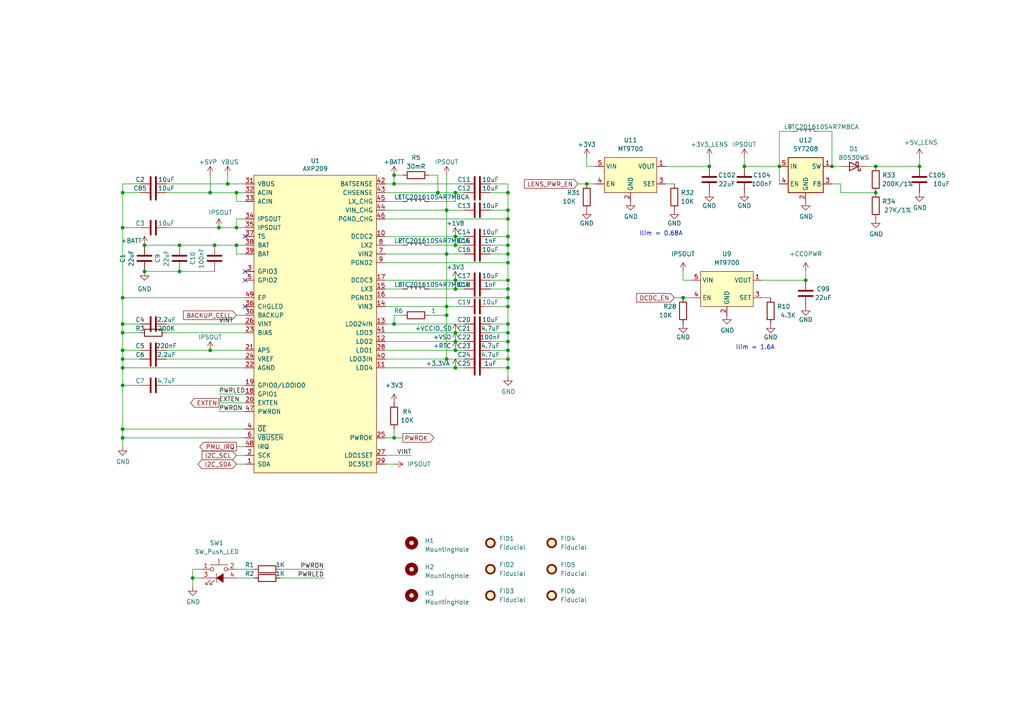
<source format=kicad_sch>
(kicad_sch (version 20231120) (generator "eeschema") (generator_version "8.0")
  (paper "A4")
  (title_block (title "Sitina 1 IO Board") (date "2024-03-08") (rev "R0.9") (company "Copyright 2024 Wenting Zhang, Anhang Li") (comment 2 "MERCHANTABILITY, SATISFACTORY QUALITY AND FITNESS FOR A PARTICULAR PURPOSE.") (comment 3 "This source is distributed WITHOUT ANY EXPRESS OR IMPLIED WARRANTY, INCLUDING OF") (comment 4 "This source describes Open Hardware and is licensed under the CERN-OHL-P v2."))
  (lib_symbols
    (symbol "Device:C" (pin_numbers hide) (pin_names (offset 0.254))
      (property "Reference" "C" (at 0.635 2.54 0))
      (property "Value" "C" (at 0.635 -2.54 0))
      (symbol "C_0_1"
        (polyline (pts (xy -2.032 -0.762) (xy 2.032 -0.762)) (stroke (width 0.508)))
        (polyline (pts (xy -2.032 0.762) (xy 2.032 0.762)) (stroke (width 0.508)))
      )
      (symbol "C_1_1"
        (pin passive line (at 0 3.81 270) (length 2.794) (name "~") (number "1"))
        (pin passive line (at 0 -3.81 90) (length 2.794) (name "~") (number "2"))
      )
    )
    (symbol "Device:L" (pin_numbers hide) (pin_names (offset 1.016) hide)
      (property "Reference" "L" (at -1.27 0 90))
      (property "Value" "L" (at 1.905 0 90))
      (symbol "L_0_1"
        (arc (start 0 -2.54) (mid 0.6323 -1.905) (end 0 -1.27))
        (arc (start 0 -1.27) (mid 0.6323 -0.635) (end 0 0))
        (arc (start 0 0) (mid 0.6323 0.635) (end 0 1.27))
        (arc (start 0 1.27) (mid 0.6323 1.905) (end 0 2.54))
      )
      (symbol "L_1_1"
        (pin passive line (at 0 3.81 270) (length 1.27) (name "1") (number "1"))
        (pin passive line (at 0 -3.81 90) (length 1.27) (name "2") (number "2"))
      )
    )
    (symbol "Device:R" (pin_numbers hide) (pin_names (offset 0))
      (property "Reference" "R" (at 2.032 0 90))
      (property "Value" "R" (at 0 0 90))
      (symbol "R_0_1"
        (rectangle (start -1.016 -2.54) (end 1.016 2.54) (stroke (width 0.254)))
      )
      (symbol "R_1_1"
        (pin passive line (at 0 3.81 270) (length 1.27) (name "~") (number "1"))
        (pin passive line (at 0 -3.81 90) (length 1.27) (name "~") (number "2"))
      )
    )
    (symbol "Diode:MBR0530" (pin_numbers hide) (pin_names (offset 1.016) hide)
      (property "Reference" "D" (at 0 2.54 0))
      (property "Value" "MBR0530" (at 0 -2.54 0))
      (symbol "MBR0530_0_1"
        (polyline (pts (xy 1.27 0) (xy -1.27 0)))
        (polyline (pts (xy 1.27 1.27) (xy 1.27 -1.27) (xy -1.27 0) (xy 1.27 1.27)) (stroke (width 0.254)))
        (polyline (pts (xy -1.905 0.635) (xy -1.905 1.27) (xy -1.27 1.27) (xy -1.27 -1.27) (xy -0.635 -1.27) (xy -0.635 -0.635)) (stroke (width 0.254)))
      )
      (symbol "MBR0530_1_1"
        (pin passive line (at -3.81 0 0) (length 2.54) (name "K") (number "1"))
        (pin passive line (at 3.81 0 180) (length 2.54) (name "A") (number "2"))
      )
    )
    (symbol "Mechanical:Fiducial"
      (property "Reference" "FID" (at 0 5.08 0))
      (property "Value" "Fiducial" (at 0 3.175 0))
      (symbol "Fiducial_0_1"
        (circle (center 0 0) (radius 1.27) (stroke (width 0.508)) (fill (type background)))
      )
    )
    (symbol "Mechanical:MountingHole" (pin_names (offset 1.016))
      (property "Reference" "H" (at 0 5.08 0))
      (property "Value" "MountingHole" (at 0 3.175 0))
      (symbol "MountingHole_0_1"
        (circle (center 0 0) (radius 1.27) (stroke (width 1.27)))
      )
    )
    (symbol "Regulator_Switching:MT3608"
      (property "Reference" "U" (at -2.54 8.89 0))
      (property "Value" "MT3608" (at -3.81 6.35 0))
      (symbol "MT3608_0_1"
        (rectangle (start -5.08 5.08) (end 5.08 -5.08) (stroke (width 0.254)) (fill (type background)))
      )
      (symbol "MT3608_1_1"
        (pin passive line (at 7.62 2.54 180) (length 2.54) (name "SW") (number "1"))
        (pin power_in line (at 0 -7.62 90) (length 2.54) (name "GND") (number "2"))
        (pin input line (at 7.62 -2.54 180) (length 2.54) (name "FB") (number "3"))
        (pin input line (at -7.62 -2.54 0) (length 2.54) (name "EN") (number "4"))
        (pin power_in line (at -7.62 2.54 0) (length 2.54) (name "IN") (number "5"))
        (pin no_connect line (at 5.08 0 180) (length 2.54) hide (name "NC") (number "6"))
      )
    )
    (symbol "Switch:SW_Push_LED" (pin_names (offset 1.016) hide)
      (property "Reference" "SW" (at 0.635 5.715 0))
      (property "Value" "SW_Push_LED" (at 0 -3.175 0))
      (symbol "SW_Push_LED_0_0"
        (polyline (pts (xy -3.81 -1.905) (xy -2.54 -0.635)))
        (polyline (pts (xy -2.54 -1.905) (xy -1.27 -0.635)))
        (polyline (pts (xy -2.54 0) (xy 2.54 0)))
        (polyline (pts (xy -0.635 1.27) (xy -0.635 -1.27)))
        (polyline (pts (xy -3.81 -1.27) (xy -3.81 -1.905) (xy -3.175 -1.905)))
        (polyline (pts (xy -2.54 -1.27) (xy -2.54 -1.905) (xy -1.905 -1.905)))
        (polyline (pts (xy -0.635 0) (xy 1.27 1.27) (xy 1.27 -1.27) (xy -0.635 0)) (fill (type outline)))
      )
      (symbol "SW_Push_LED_0_1"
        (circle (center -2.032 2.54) (radius 0.508))
        (polyline (pts (xy 0 3.81) (xy 0 5.588)))
        (polyline (pts (xy 2.54 3.81) (xy -2.54 3.81)))
        (circle (center 2.032 2.54) (radius 0.508))
        (pin passive line (at -5.08 2.54 0) (length 2.54) (name "1") (number "1"))
        (pin passive line (at 5.08 2.54 180) (length 2.54) (name "2") (number "2"))
        (pin passive line (at -5.08 0 0) (length 2.54) (name "K") (number "3"))
        (pin passive line (at 5.08 0 180) (length 2.54) (name "A") (number "4"))
      )
    )
    (symbol "power:+1V8" (power) (pin_names (offset 0))
      (property "Value" "+1V8" (at 0 3.556 0))
      (symbol "+1V8_0_1"
        (polyline (pts (xy -0.762 1.27) (xy 0 2.54)))
        (polyline (pts (xy 0 0) (xy 0 2.54)))
        (polyline (pts (xy 0 2.54) (xy 0.762 1.27)))
      )
      (symbol "+1V8_1_1"
        (pin power_in line (at 0 0 90) (length 0) hide (name "+1V8") (number "1"))
      )
    )
    (symbol "power:+3.3VA" (power) (pin_names (offset 0))
      (property "Value" "+3.3VA" (at 0 3.556 0))
      (symbol "+3.3VA_0_1"
        (polyline (pts (xy -0.762 1.27) (xy 0 2.54)))
        (polyline (pts (xy 0 0) (xy 0 2.54)))
        (polyline (pts (xy 0 2.54) (xy 0.762 1.27)))
      )
      (symbol "+3.3VA_1_1"
        (pin power_in line (at 0 0 90) (length 0) hide (name "+3.3VA") (number "1"))
      )
    )
    (symbol "power:+3V3" (power) (pin_names (offset 0))
      (property "Value" "+3V3" (at 0 3.556 0))
      (symbol "+3V3_0_1"
        (polyline (pts (xy -0.762 1.27) (xy 0 2.54)))
        (polyline (pts (xy 0 0) (xy 0 2.54)))
        (polyline (pts (xy 0 2.54) (xy 0.762 1.27)))
      )
      (symbol "+3V3_1_1"
        (pin power_in line (at 0 0 90) (length 0) hide (name "+3V3") (number "1"))
      )
    )
    (symbol "power:+5V" (power) (pin_names (offset 0))
      (property "Value" "+5V" (at 0 3.556 0))
      (symbol "+5V_0_1"
        (polyline (pts (xy -0.762 1.27) (xy 0 2.54)))
        (polyline (pts (xy 0 0) (xy 0 2.54)))
        (polyline (pts (xy 0 2.54) (xy 0.762 1.27)))
      )
      (symbol "+5V_1_1"
        (pin power_in line (at 0 0 90) (length 0) hide (name "+5V") (number "1"))
      )
    )
    (symbol "power:+5VP" (power) (pin_names (offset 0))
      (property "Value" "+5VP" (at 0 3.556 0))
      (symbol "+5VP_0_1"
        (polyline (pts (xy -0.762 1.27) (xy 0 2.54)))
        (polyline (pts (xy 0 0) (xy 0 2.54)))
        (polyline (pts (xy 0 2.54) (xy 0.762 1.27)))
      )
      (symbol "+5VP_1_1"
        (pin power_in line (at 0 0 90) (length 0) hide (name "+5VP") (number "1"))
      )
    )
    (symbol "power:+BATT" (power) (pin_names (offset 0))
      (property "Value" "+BATT" (at 0 3.556 0))
      (symbol "+BATT_0_1"
        (polyline (pts (xy -0.762 1.27) (xy 0 2.54)))
        (polyline (pts (xy 0 0) (xy 0 2.54)))
        (polyline (pts (xy 0 2.54) (xy 0.762 1.27)))
      )
      (symbol "+BATT_1_1"
        (pin power_in line (at 0 0 90) (length 0) hide (name "+BATT") (number "1"))
      )
    )
    (symbol "power:GND" (power) (pin_names (offset 0))
      (property "Value" "GND" (at 0 -3.81 0))
      (symbol "GND_0_1"
        (polyline (pts (xy 0 0) (xy 0 -1.27) (xy 1.27 -1.27) (xy 0 -2.54) (xy -1.27 -1.27) (xy 0 -1.27)))
      )
      (symbol "GND_1_1"
        (pin power_in line (at 0 0 270) (length 0) hide (name "GND") (number "1"))
      )
    )
    (symbol "power:VBUS" (power) (pin_names (offset 0))
      (property "Value" "VBUS" (at 0 3.81 0))
      (symbol "VBUS_0_1"
        (polyline (pts (xy -0.762 1.27) (xy 0 2.54)))
        (polyline (pts (xy 0 0) (xy 0 2.54)))
        (polyline (pts (xy 0 2.54) (xy 0.762 1.27)))
      )
      (symbol "VBUS_1_1"
        (pin power_in line (at 0 0 90) (length 0) hide (name "VBUS") (number "1"))
      )
    )
    (symbol "symbols:+RTC" (power) (pin_names (offset 0))
      (property "Value" "+RTC" (at 0 3.556 0))
      (symbol "+RTC_0_1"
        (polyline (pts (xy -0.762 1.27) (xy 0 2.54)))
        (polyline (pts (xy 0 0) (xy 0 2.54)))
        (polyline (pts (xy 0 2.54) (xy 0.762 1.27)))
      )
      (symbol "+RTC_1_1"
        (pin power_in line (at 0 0 90) (length 0) hide (name "+RTC") (number "1"))
      )
    )
    (symbol "symbols:+VCCIO_SD" (power) (pin_names (offset 0))
      (property "Value" "+VCCIO_SD" (at 0 3.556 0))
      (symbol "+VCCIO_SD_0_1"
        (polyline (pts (xy -0.762 1.27) (xy 0 2.54)))
        (polyline (pts (xy 0 0) (xy 0 2.54)))
        (polyline (pts (xy 0 2.54) (xy 0.762 1.27)))
      )
      (symbol "+VCCIO_SD_1_1"
        (pin power_in line (at 0 0 90) (length 0) hide (name "+VCCIO_SD") (number "1"))
      )
    )
    (symbol "symbols:+VSD" (power) (pin_names (offset 0))
      (property "Value" "+VSD" (at 0 3.556 0))
      (symbol "+VSD_0_1"
        (polyline (pts (xy -0.762 1.27) (xy 0 2.54)))
        (polyline (pts (xy 0 0) (xy 0 2.54)))
        (polyline (pts (xy 0 2.54) (xy 0.762 1.27)))
      )
      (symbol "+VSD_1_1"
        (pin power_in line (at 0 0 90) (length 0) hide (name "+VSD") (number "1"))
      )
    )
    (symbol "symbols:AXP209" (pin_names (offset 1.016))
      (property "Reference" "U" (at -15.24 0 0))
      (property "Value" "AXP209" (at 10.16 0 0))
      (symbol "AXP209_0_1"
        (rectangle (start -17.78 -2.54) (end 17.78 -88.9) (fill (type background)))
      )
      (symbol "AXP209_1_1"
        (pin bidirectional line (at -20.32 -86.36 0) (length 2.54) (name "SDA") (number "1"))
        (pin power_in line (at 20.32 -20.32 180) (length 2.54) (name "DCDC2") (number "10"))
        (pin power_out line (at 20.32 -58.42 180) (length 2.54) (name "LDO4") (number "11"))
        (pin power_out line (at 20.32 -50.8 180) (length 2.54) (name "LDO2") (number "12"))
        (pin power_in line (at 20.32 -45.72 180) (length 2.54) (name "LDO24IN") (number "13"))
        (pin power_in line (at 20.32 -40.64 180) (length 2.54) (name "VIN3") (number "14"))
        (pin power_in line (at 20.32 -35.56 180) (length 2.54) (name "LX3") (number "15"))
        (pin power_in line (at 20.32 -38.1 180) (length 2.54) (name "PGND3") (number "16"))
        (pin power_in line (at 20.32 -33.02 180) (length 2.54) (name "DCDC3") (number "17"))
        (pin bidirectional line (at -20.32 -66.04 0) (length 2.54) (name "GPIO1") (number "18"))
        (pin bidirectional line (at -20.32 -63.5 0) (length 2.54) (name "GPIO0/LDOIO0") (number "19"))
        (pin bidirectional line (at -20.32 -83.82 0) (length 2.54) (name "SCK") (number "2"))
        (pin output line (at -20.32 -68.58 0) (length 2.54) (name "EXTEN") (number "20"))
        (pin input line (at -20.32 -53.34 0) (length 2.54) (name "APS") (number "21"))
        (pin power_in line (at -20.32 -58.42 0) (length 2.54) (name "AGND") (number "22"))
        (pin input line (at -20.32 -48.26 0) (length 2.54) (name "BIAS") (number "23"))
        (pin power_out line (at -20.32 -55.88 0) (length 2.54) (name "VREF") (number "24"))
        (pin output line (at 20.32 -78.74 180) (length 2.54) (name "PWROK") (number "25"))
        (pin power_out line (at -20.32 -45.72 0) (length 2.54) (name "VINT") (number "26"))
        (pin input line (at 20.32 -83.82 180) (length 2.54) (name "LDO1SET") (number "27"))
        (pin power_out line (at 20.32 -53.34 180) (length 2.54) (name "LDO1") (number "28"))
        (pin input line (at 20.32 -86.36 180) (length 2.54) (name "DC3SET") (number "29"))
        (pin bidirectional line (at -20.32 -30.48 0) (length 2.54) (name "GPIO3") (number "3"))
        (pin power_in line (at -20.32 -43.18 0) (length 2.54) (name "BACKUP") (number "30"))
        (pin power_in line (at -20.32 -5.08 0) (length 2.54) (name "VBUS") (number "31"))
        (pin power_in line (at -20.32 -7.62 0) (length 2.54) (name "ACIN") (number "32"))
        (pin power_in line (at -20.32 -10.16 0) (length 2.54) (name "ACIN") (number "33"))
        (pin power_out line (at -20.32 -15.24 0) (length 2.54) (name "IPSOUT") (number "34"))
        (pin power_out line (at -20.32 -17.78 0) (length 2.54) (name "IPSOUT") (number "35"))
        (pin output line (at -20.32 -40.64 0) (length 2.54) (name "CHGLED") (number "36"))
        (pin input line (at -20.32 -20.32 0) (length 2.54) (name "TS") (number "37"))
        (pin power_in line (at -20.32 -22.86 0) (length 2.54) (name "BAT") (number "38"))
        (pin power_in line (at -20.32 -25.4 0) (length 2.54) (name "BAT") (number "39"))
        (pin input line (at -20.32 -76.2 0) (length 2.54) (name "~{OE}") (number "4"))
        (pin power_in line (at 20.32 -55.88 180) (length 2.54) (name "LDO3IN") (number "40"))
        (pin power_out line (at 20.32 -48.26 180) (length 2.54) (name "LDO3") (number "41"))
        (pin input line (at 20.32 -5.08 180) (length 2.54) (name "BATSENSE") (number "42"))
        (pin input line (at 20.32 -7.62 180) (length 2.54) (name "CHSENSE") (number "43"))
        (pin output line (at 20.32 -12.7 180) (length 2.54) (name "VIN_CHG") (number "44"))
        (pin output line (at 20.32 -10.16 180) (length 2.54) (name "LX_CHG") (number "45"))
        (pin power_in line (at 20.32 -15.24 180) (length 2.54) (name "PGND_CHG") (number "46"))
        (pin input line (at -20.32 -71.12 0) (length 2.54) (name "PWRON") (number "47"))
        (pin output line (at -20.32 -81.28 0) (length 2.54) (name "IRQ") (number "48"))
        (pin power_in line (at -20.32 -38.1 0) (length 2.54) (name "EP") (number "49"))
        (pin bidirectional line (at -20.32 -33.02 0) (length 2.54) (name "GPIO2") (number "5"))
        (pin input line (at -20.32 -78.74 0) (length 2.54) (name "~{VBUSEN}") (number "6"))
        (pin power_in line (at 20.32 -25.4 180) (length 2.54) (name "VIN2") (number "7"))
        (pin power_in line (at 20.32 -22.86 180) (length 2.54) (name "LX2") (number "8"))
        (pin power_in line (at 20.32 -27.94 180) (length 2.54) (name "PGND2") (number "9"))
      )
    )
    (symbol "symbols:IPSOUT" (power) (pin_names (offset 0))
      (property "Value" "IPSOUT" (at 0 3.556 0))
      (symbol "IPSOUT_0_1"
        (polyline (pts (xy -0.762 1.27) (xy 0 2.54)))
        (polyline (pts (xy 0 0) (xy 0 2.54)))
        (polyline (pts (xy 0 2.54) (xy 0.762 1.27)))
      )
      (symbol "IPSOUT_1_1"
        (pin power_in line (at 0 0 90) (length 0) hide (name "IPSOUT") (number "1"))
      )
    )
    (symbol "symbols:MT9700"
      (property "Reference" "U" (at -5.08 7.62 0))
      (property "Value" "MT9700" (at 2.54 7.62 0))
      (symbol "MT9700_1_1"
        (rectangle (start -7.62 5.08) (end 7.62 -5.08) (fill (type background)))
        (pin passive line (at 10.16 2.54 180) (length 2.54) (name "VOUT") (number "1"))
        (pin passive line (at 0 -7.62 90) (length 2.54) (name "GND") (number "2"))
        (pin passive line (at 10.16 -2.54 180) (length 2.54) (name "SET") (number "3"))
        (pin passive line (at -10.16 -2.54 0) (length 2.54) (name "EN") (number "4"))
        (pin passive line (at -10.16 2.54 0) (length 2.54) (name "VIN") (number "5"))
      )
    )
  )
  (junction (at 147.32 73.66) (diameter 0.9144))
  (junction (at 52.07 71.12))
  (junction (at 52.07 78.74))
  (junction (at 132.08 83.82) (diameter 0.9144))
  (junction (at 35.56 93.98) (diameter 0.9144))
  (junction (at 35.56 124.46) (diameter 0.9144))
  (junction (at 60.96 101.6) (diameter 0.9144))
  (junction (at 147.32 81.28) (diameter 0.9144))
  (junction (at 129.54 73.66) (diameter 0.9144))
  (junction (at 35.56 66.04) (diameter 0.9144))
  (junction (at 35.56 55.88))
  (junction (at 35.56 86.36) (diameter 0.9144))
  (junction (at 233.68 81.28))
  (junction (at 147.32 55.88) (diameter 0.9144))
  (junction (at 147.32 93.98) (diameter 0.9144))
  (junction (at 147.32 88.9) (diameter 0.9144))
  (junction (at 132.08 81.28) (diameter 0.9144))
  (junction (at 147.32 60.96) (diameter 0.9144))
  (junction (at 147.32 63.5) (diameter 0.9144))
  (junction (at 226.06 48.26))
  (junction (at 132.08 68.58) (diameter 0.9144))
  (junction (at 66.04 53.34))
  (junction (at 132.08 55.88) (diameter 0.9144))
  (junction (at 129.54 60.96) (diameter 0.9144))
  (junction (at 114.3 93.98) (diameter 0.9144))
  (junction (at 241.3 48.26))
  (junction (at 147.32 106.68) (diameter 0.9144))
  (junction (at 215.9 48.26))
  (junction (at 60.96 55.88))
  (junction (at 198.12 86.36))
  (junction (at 254 55.88))
  (junction (at 266.7 48.26))
  (junction (at 170.18 53.34))
  (junction (at 114.3 53.34))
  (junction (at 35.56 106.68) (diameter 0.9144))
  (junction (at 254 48.26))
  (junction (at 62.23 71.12))
  (junction (at 147.32 96.52) (diameter 0.9144))
  (junction (at 132.08 96.52))
  (junction (at 41.91 71.12))
  (junction (at 63.5 66.04) (diameter 0.9144))
  (junction (at 132.08 71.12) (diameter 0.9144))
  (junction (at 114.3 127))
  (junction (at 147.32 68.58) (diameter 0.9144))
  (junction (at 35.56 104.14) (diameter 0.9144))
  (junction (at 55.88 167.64))
  (junction (at 147.32 83.82) (diameter 0.9144))
  (junction (at 147.32 86.36) (diameter 0.9144))
  (junction (at 147.32 104.14) (diameter 0.9144))
  (junction (at 127 55.88))
  (junction (at 35.56 127))
  (junction (at 132.08 101.6) (diameter 0.9144))
  (junction (at 68.58 66.04) (diameter 0.9144))
  (junction (at 147.32 99.06) (diameter 0.9144))
  (junction (at 68.58 71.12))
  (junction (at 129.54 104.14) (diameter 0.9144))
  (junction (at 35.56 96.52) (diameter 0.9144))
  (junction (at 114.3 50.8))
  (junction (at 68.58 55.88))
  (junction (at 132.08 106.68) (diameter 0.9144))
  (junction (at 41.91 78.74))
  (junction (at 129.54 88.9) (diameter 0.9144))
  (junction (at 147.32 101.6) (diameter 0.9144))
  (junction (at 35.56 101.6) (diameter 0.9144))
  (junction (at 129.54 91.44) (diameter 0.9144))
  (junction (at 132.08 99.06))
  (junction (at 35.56 111.76) (diameter 0.9144))
  (junction (at 147.32 76.2) (diameter 0.9144))
  (junction (at 205.74 48.26))
  (junction (at 147.32 71.12) (diameter 0.9144))
  (no_connect (at 71.12 78.74))
  (no_connect (at 71.12 81.28))
  (no_connect (at 71.12 88.9))
  (no_connect (at 71.12 68.58))
  (wire (pts (xy 68.58 71.12) (xy 71.12 71.12)))
  (wire (pts (xy 147.32 63.5) (xy 147.32 68.58)))
  (wire (pts (xy 114.3 50.8) (xy 114.3 53.34)))
  (wire (pts (xy 60.96 55.88) (xy 68.58 55.88)))
  (wire (pts (xy 35.56 106.68) (xy 35.56 111.76)))
  (wire (pts (xy 111.76 132.08) (xy 119.38 132.08)))
  (wire (pts (xy 111.76 88.9) (xy 129.54 88.9)))
  (wire (pts (xy 132.08 83.82) (xy 134.62 83.82)))
  (wire (pts (xy 241.3 53.34) (xy 243.84 53.34)))
  (wire (pts (xy 132.08 58.42) (xy 124.46 58.42)))
  (wire (pts (xy 142.24 73.66) (xy 147.32 73.66)))
  (wire (pts (xy 111.76 106.68) (xy 132.08 106.68)))
  (wire (pts (xy 243.84 55.88) (xy 243.84 53.34)))
  (wire (pts (xy 35.56 66.04) (xy 35.56 86.36)))
  (wire (pts (xy 40.64 93.98) (xy 35.56 93.98)))
  (wire (pts (xy 215.9 45.72) (xy 215.9 48.26)))
  (wire (pts (xy 170.18 45.72) (xy 170.18 48.26)))
  (wire (pts (xy 241.3 48.26) (xy 243.84 48.26)))
  (wire (pts (xy 132.08 71.12) (xy 132.08 68.58)))
  (wire (pts (xy 35.56 96.52) (xy 35.56 101.6)))
  (wire (pts (xy 147.32 93.98) (xy 147.32 96.52)))
  (wire (pts (xy 195.58 86.36) (xy 198.12 86.36)))
  (wire (pts (xy 129.54 50.8) (xy 129.54 60.96)))
  (wire (pts (xy 142.24 55.88) (xy 147.32 55.88)))
  (wire (pts (xy 68.58 167.64) (xy 73.66 167.64)))
  (wire (pts (xy 142.24 106.68) (xy 147.32 106.68)))
  (wire (pts (xy 114.3 93.98) (xy 134.62 93.98)))
  (wire (pts (xy 111.76 71.12) (xy 116.84 71.12)))
  (wire (pts (xy 129.54 60.96) (xy 134.62 60.96)))
  (wire (pts (xy 111.76 81.28) (xy 132.08 81.28)))
  (wire (pts (xy 71.12 134.62) (xy 68.58 134.62)))
  (wire (pts (xy 63.5 66.04) (xy 68.58 66.04)))
  (wire (pts (xy 220.98 86.36) (xy 223.52 86.36)))
  (wire (pts (xy 71.12 86.36) (xy 35.56 86.36)))
  (wire (pts (xy 124.46 71.12) (xy 132.08 71.12)))
  (wire (pts (xy 48.26 104.14) (xy 71.12 104.14)))
  (wire (pts (xy 147.32 81.28) (xy 147.32 83.82)))
  (wire (pts (xy 35.56 55.88) (xy 35.56 66.04)))
  (wire (pts (xy 71.12 63.5) (xy 68.58 63.5)))
  (wire (pts (xy 215.9 48.26) (xy 226.06 48.26)))
  (wire (pts (xy 48.26 55.88) (xy 60.96 55.88)))
  (wire (pts (xy 111.76 96.52) (xy 132.08 96.52)))
  (wire (pts (xy 132.08 96.52) (xy 134.62 96.52)))
  (wire (pts (xy 147.32 76.2) (xy 147.32 81.28)))
  (wire (pts (xy 147.32 83.82) (xy 147.32 86.36)))
  (wire (pts (xy 111.76 60.96) (xy 129.54 60.96)))
  (wire (pts (xy 116.84 91.44) (xy 114.3 91.44)))
  (wire (pts (xy 147.32 55.88) (xy 147.32 60.96)))
  (wire (pts (xy 116.84 58.42) (xy 111.76 58.42)))
  (wire (pts (xy 66.04 50.8) (xy 66.04 53.34)))
  (wire (pts (xy 147.32 68.58) (xy 147.32 71.12)))
  (wire (pts (xy 48.26 53.34) (xy 66.04 53.34)))
  (wire (pts (xy 147.32 106.68) (xy 147.32 109.22)))
  (wire (pts (xy 68.58 91.44) (xy 71.12 91.44)))
  (wire (pts (xy 114.3 53.34) (xy 134.62 53.34)))
  (wire (pts (xy 68.58 73.66) (xy 68.58 71.12)))
  (wire (pts (xy 55.88 167.64) (xy 58.42 167.64)))
  (wire (pts (xy 251.46 48.26) (xy 254 48.26)))
  (wire (pts (xy 233.68 81.28) (xy 233.68 78.74)))
  (wire (pts (xy 114.3 124.46) (xy 114.3 127)))
  (wire (pts (xy 111.76 101.6) (xy 132.08 101.6)))
  (wire (pts (xy 71.12 73.66) (xy 68.58 73.66)))
  (wire (pts (xy 111.76 83.82) (xy 116.84 83.82)))
  (wire (pts (xy 111.76 134.62) (xy 114.3 134.62)))
  (wire (pts (xy 40.64 101.6) (xy 35.56 101.6)))
  (wire (pts (xy 35.56 104.14) (xy 35.56 106.68)))
  (wire (pts (xy 142.24 71.12) (xy 147.32 71.12)))
  (wire (pts (xy 147.32 53.34) (xy 147.32 55.88)))
  (wire (pts (xy 124.46 50.8) (xy 127 50.8)))
  (wire (pts (xy 111.76 99.06) (xy 132.08 99.06)))
  (wire (pts (xy 142.24 83.82) (xy 147.32 83.82)))
  (wire (pts (xy 60.96 101.6) (xy 71.12 101.6)))
  (wire (pts (xy 127 55.88) (xy 132.08 55.88)))
  (wire (pts (xy 198.12 78.74) (xy 198.12 81.28)))
  (wire (pts (xy 142.24 99.06) (xy 147.32 99.06)))
  (wire (pts (xy 127 50.8) (xy 127 55.88)))
  (wire (pts (xy 132.08 81.28) (xy 134.62 81.28)))
  (wire (pts (xy 71.12 132.08) (xy 68.58 132.08)))
  (wire (pts (xy 132.08 71.12) (xy 134.62 71.12)))
  (wire (pts (xy 48.26 66.04) (xy 63.5 66.04)))
  (wire (pts (xy 35.56 111.76) (xy 35.56 124.46)))
  (wire (pts (xy 142.24 93.98) (xy 147.32 93.98)))
  (wire (pts (xy 254 55.88) (xy 243.84 55.88)))
  (wire (pts (xy 142.24 81.28) (xy 147.32 81.28)))
  (wire (pts (xy 124.46 83.82) (xy 132.08 83.82)))
  (wire (pts (xy 147.32 71.12) (xy 147.32 73.66)))
  (wire (pts (xy 198.12 81.28) (xy 200.66 81.28)))
  (wire (pts (xy 132.08 55.88) (xy 134.62 55.88)))
  (wire (pts (xy 111.76 127) (xy 114.3 127)))
  (wire (pts (xy 114.3 127) (xy 116.84 127)))
  (wire (pts (xy 170.18 48.26) (xy 172.72 48.26)))
  (wire (pts (xy 58.42 165.1) (xy 55.88 165.1)))
  (wire (pts (xy 226.06 48.26) (xy 226.06 53.34)))
  (wire (pts (xy 198.12 86.36) (xy 200.66 86.36)))
  (wire (pts (xy 220.98 81.28) (xy 233.68 81.28)))
  (wire (pts (xy 66.04 53.34) (xy 71.12 53.34)))
  (wire (pts (xy 68.58 63.5) (xy 68.58 66.04)))
  (wire (pts (xy 111.76 86.36) (xy 147.32 86.36)))
  (wire (pts (xy 147.32 73.66) (xy 147.32 76.2)))
  (wire (pts (xy 68.58 165.1) (xy 73.66 165.1)))
  (wire (pts (xy 132.08 106.68) (xy 134.62 106.68)))
  (wire (pts (xy 129.54 91.44) (xy 129.54 88.9)))
  (wire (pts (xy 226.06 38.1) (xy 226.06 48.26)))
  (wire (pts (xy 35.56 86.36) (xy 35.56 93.98)))
  (wire (pts (xy 35.56 101.6) (xy 35.56 104.14)))
  (wire (pts (xy 55.88 167.64) (xy 55.88 170.18)))
  (wire (pts (xy 60.96 50.8) (xy 60.96 55.88)))
  (wire (pts (xy 129.54 88.9) (xy 134.62 88.9)))
  (wire (pts (xy 114.3 91.44) (xy 114.3 93.98)))
  (wire (pts (xy 129.54 104.14) (xy 134.62 104.14)))
  (wire (pts (xy 71.12 124.46) (xy 35.56 124.46)))
  (wire (pts (xy 41.91 71.12) (xy 52.07 71.12)))
  (wire (pts (xy 40.64 111.76) (xy 35.56 111.76)))
  (wire (pts (xy 142.24 53.34) (xy 147.32 53.34)))
  (wire (pts (xy 111.76 63.5) (xy 147.32 63.5)))
  (wire (pts (xy 241.3 38.1) (xy 237.49 38.1)))
  (wire (pts (xy 147.32 104.14) (xy 147.32 106.68)))
  (wire (pts (xy 35.56 53.34) (xy 35.56 55.88)))
  (wire (pts (xy 63.5 116.84) (xy 71.12 116.84)))
  (wire (pts (xy 147.32 99.06) (xy 147.32 101.6)))
  (wire (pts (xy 205.74 48.26) (xy 205.74 45.72)))
  (wire (pts (xy 142.24 96.52) (xy 147.32 96.52)))
  (wire (pts (xy 114.3 93.98) (xy 111.76 93.98)))
  (wire (pts (xy 111.76 104.14) (xy 129.54 104.14)))
  (wire (pts (xy 132.08 68.58) (xy 134.62 68.58)))
  (wire (pts (xy 142.24 88.9) (xy 147.32 88.9)))
  (wire (pts (xy 132.08 99.06) (xy 134.62 99.06)))
  (wire (pts (xy 111.76 53.34) (xy 114.3 53.34)))
  (wire (pts (xy 193.04 48.26) (xy 205.74 48.26)))
  (wire (pts (xy 68.58 55.88) (xy 71.12 55.88)))
  (wire (pts (xy 52.07 71.12) (xy 62.23 71.12)))
  (wire (pts (xy 41.91 78.74) (xy 52.07 78.74)))
  (wire (pts (xy 229.87 38.1) (xy 226.06 38.1)))
  (wire (pts (xy 35.56 106.68) (xy 71.12 106.68)))
  (wire (pts (xy 35.56 127) (xy 71.12 127)))
  (wire (pts (xy 81.28 165.1) (xy 93.98 165.1)))
  (wire (pts (xy 147.32 96.52) (xy 147.32 99.06)))
  (wire (pts (xy 35.56 124.46) (xy 35.56 127)))
  (wire (pts (xy 35.56 127) (xy 35.56 129.54)))
  (wire (pts (xy 40.64 53.34) (xy 35.56 53.34)))
  (wire (pts (xy 132.08 101.6) (xy 134.62 101.6)))
  (wire (pts (xy 62.23 71.12) (xy 68.58 71.12)))
  (wire (pts (xy 142.24 101.6) (xy 147.32 101.6)))
  (wire (pts (xy 48.26 101.6) (xy 60.96 101.6)))
  (wire (pts (xy 111.76 55.88) (xy 127 55.88)))
  (wire (pts (xy 129.54 73.66) (xy 111.76 73.66)))
  (wire (pts (xy 40.64 96.52) (xy 35.56 96.52)))
  (wire (pts (xy 55.88 165.1) (xy 55.88 167.64)))
  (wire (pts (xy 142.24 68.58) (xy 147.32 68.58)))
  (wire (pts (xy 167.64 53.34) (xy 170.18 53.34)))
  (wire (pts (xy 254 48.26) (xy 266.7 48.26)))
  (wire (pts (xy 63.5 114.3) (xy 71.12 114.3)))
  (wire (pts (xy 68.58 58.42) (xy 68.58 55.88)))
  (wire (pts (xy 266.7 45.72) (xy 266.7 48.26)))
  (wire (pts (xy 35.56 55.88) (xy 40.64 55.88)))
  (wire (pts (xy 111.76 68.58) (xy 132.08 68.58)))
  (wire (pts (xy 71.12 111.76) (xy 48.26 111.76)))
  (wire (pts (xy 147.32 86.36) (xy 147.32 88.9)))
  (wire (pts (xy 93.98 167.64) (xy 81.28 167.64)))
  (wire (pts (xy 147.32 60.96) (xy 147.32 63.5)))
  (wire (pts (xy 71.12 58.42) (xy 68.58 58.42)))
  (wire (pts (xy 142.24 104.14) (xy 147.32 104.14)))
  (wire (pts (xy 40.64 66.04) (xy 35.56 66.04)))
  (wire (pts (xy 132.08 58.42) (xy 132.08 55.88)))
  (wire (pts (xy 134.62 73.66) (xy 129.54 73.66)))
  (wire (pts (xy 132.08 83.82) (xy 132.08 81.28)))
  (wire (pts (xy 129.54 60.96) (xy 129.54 73.66)))
  (wire (pts (xy 35.56 93.98) (xy 35.56 96.52)))
  (wire (pts (xy 63.5 119.38) (xy 71.12 119.38)))
  (wire (pts (xy 48.26 93.98) (xy 71.12 93.98)))
  (wire (pts (xy 142.24 60.96) (xy 147.32 60.96)))
  (wire (pts (xy 114.3 50.8) (xy 116.84 50.8)))
  (wire (pts (xy 129.54 73.66) (xy 129.54 88.9)))
  (wire (pts (xy 71.12 129.54) (xy 68.58 129.54)))
  (wire (pts (xy 241.3 48.26) (xy 241.3 38.1)))
  (wire (pts (xy 124.46 91.44) (xy 129.54 91.44)))
  (wire (pts (xy 111.76 76.2) (xy 147.32 76.2)))
  (wire (pts (xy 68.58 66.04) (xy 71.12 66.04)))
  (wire (pts (xy 40.64 104.14) (xy 35.56 104.14)))
  (wire (pts (xy 71.12 96.52) (xy 48.26 96.52)))
  (wire (pts (xy 147.32 101.6) (xy 147.32 104.14)))
  (wire (pts (xy 147.32 88.9) (xy 147.32 93.98)))
  (wire (pts (xy 52.07 78.74) (xy 62.23 78.74)))
  (wire (pts (xy 193.04 53.34) (xy 195.58 53.34)))
  (wire (pts (xy 170.18 53.34) (xy 172.72 53.34)))
  (wire (pts (xy 129.54 91.44) (xy 129.54 104.14)))
  (text "Ilim = 0.68A" (at 185.42 68.58 0) (effects (font (size 1.27 1.27)) (justify left bottom)))
  (text "Ilim = 1.6A" (at 213.36 101.6 0) (effects (font (size 1.27 1.27)) (justify left bottom)))
  (label "PWRON" (at 93.98 165.1 180))
  (label "VINT" (at 119.38 132.08 180))
  (label "EXTEN" (at 63.5 116.84 0))
  (label "PWRON" (at 63.5 119.38 0))
  (label "PWRLED" (at 93.98 167.64 180))
  (label "PWRLED" (at 63.5 114.3 0))
  (label "VINT" (at 63.5 93.98 0))
  (global_label "BACKUP_CELL" (shape input) (at 68.58 91.44 180) (property "Intersheetrefs" "${INTERSHEET_REFS}" (effects (hide yes))))
  (global_label "I2C_SCL" (shape input) (at 68.58 132.08 180) (property "Intersheetrefs" "${INTERSHEET_REFS}" (effects (hide yes))))
  (global_label "DCDC_EN" (shape input) (at 195.58 86.36 180) (property "Intersheetrefs" "${INTERSHEET_REFS}" (effects (hide yes))))
  (global_label "I2C_SDA" (shape bidirectional) (at 68.58 134.62 180) (property "Intersheetrefs" "${INTERSHEET_REFS}" (effects (hide yes))))
  (global_label "EXTEN" (shape output) (at 63.5 116.84 180) (property "Intersheetrefs" "${INTERSHEET_REFS}" (effects (hide yes))))
  (global_label "PMU_IRQ" (shape output) (at 68.58 129.54 180) (property "Intersheetrefs" "${INTERSHEET_REFS}" (effects (hide yes))))
  (global_label "PWROK" (shape output) (at 116.84 127 0) (property "Intersheetrefs" "${INTERSHEET_REFS}" (effects (hide yes))))
  (global_label "LENS_PWR_EN" (shape input) (at 167.64 53.34 180) (property "Intersheetrefs" "${INTERSHEET_REFS}" (effects (hide yes))))
  (symbol (lib_id "Device:C") (at 138.43 81.28 270) (unit 1)
    (property "Reference" "C17" (at 134.62 80.01 90))
    (property "Value" "10uF" (at 142.24 80.01 90))
    (property "Footprint" "Capacitor_SMD:C_0603_1608Metric" (effects (hide yes)))
  )
  (symbol (lib_id "Device:L") (at 120.65 58.42 90) (unit 1)
    (property "Reference" "L1" (at 115.57 57.15 90))
    (property "Value" "FTC201610S4R7MBCA" (at 125.73 57.15 90))
    (property "Footprint" "Inductor_SMD:L_Murata_DFE201610P" (effects (hide yes)))
  )
  (symbol (lib_id "Regulator_Switching:MT3608") (at 233.68 50.8 0) (unit 1)
    (property "Reference" "U12" (at 233.6271 40.64 0))
    (property "Value" "SY7208" (at 233.68 43.18 0))
    (property "Footprint" "Package_TO_SOT_SMD:SOT-23-6" (effects (hide yes)))
    (property "Datasheet" "https://www.olimex.com/Products/Breadboarding/BB-PWR-3608/resources/MT3608.pdf" (effects (hide yes)))
  )
  (symbol (lib_id "Device:C") (at 138.43 73.66 270) (unit 1)
    (property "Reference" "C16" (at 134.62 72.39 90))
    (property "Value" "10uF" (at 142.24 72.39 90))
    (property "Footprint" "Capacitor_SMD:C_0603_1608Metric" (effects (hide yes)))
  )
  (symbol (lib_id "Device:L") (at 233.68 38.1 90) (unit 1)
    (property "Reference" "L9" (at 228.6 36.83 90))
    (property "Value" "FTC201610S4R7MBCA" (at 238.76 36.83 90))
    (property "Footprint" "Inductor_SMD:L_Murata_DFE201610P" (effects (hide yes)))
  )
  (symbol (lib_id "Device:R") (at 120.65 91.44 270) (unit 1)
    (property "Reference" "R6" (at 115.57 90.17 90))
    (property "Value" "1" (at 125.73 90.17 90))
    (property "Footprint" "Resistor_SMD:R_0603_1608Metric" (effects (hide yes)))
  )
  (symbol (lib_id "power:GND") (at 205.74 55.88 0) (mirror y) (unit 1)
    (property "Reference" "#PWR0131" (effects (hide yes)))
    (property "Value" "GND" (at 205.74 59.69 0))
  )
  (symbol (lib_id "Device:C") (at 41.91 74.93 0) (unit 1)
    (property "Reference" "C1" (at 35.56 74.93 90))
    (property "Value" "22uF" (at 38.1 74.93 90))
    (property "Footprint" "Capacitor_SMD:C_0603_1608Metric" (effects (hide yes)))
    (property "LCSC" "C116413" (effects (hide yes)))
    (property "Ref.Price" "0.0585" (effects (hide yes)))
  )
  (symbol (lib_id "Device:C") (at 138.43 106.68 270) (unit 1)
    (property "Reference" "C25" (at 134.62 105.41 90))
    (property "Value" "1uF" (at 142.24 105.41 90))
    (property "Footprint" "Capacitor_SMD:C_0402_1005Metric" (effects (hide yes)))
  )
  (symbol (lib_id "Device:L") (at 120.65 83.82 90) (unit 1)
    (property "Reference" "L3" (at 115.57 82.55 90))
    (property "Value" "FTC201610S4R7MBCA" (at 125.73 82.55 90))
    (property "Footprint" "Inductor_SMD:L_Murata_DFE201610P" (effects (hide yes)))
  )
  (symbol (lib_id "Device:C") (at 52.07 74.93 0) (unit 1)
    (property "Reference" "C9" (at 45.72 74.93 90))
    (property "Value" "22uF" (at 48.26 74.93 90))
    (property "Footprint" "Capacitor_SMD:C_0603_1608Metric" (effects (hide yes)))
    (property "LCSC" "C116413" (effects (hide yes)))
    (property "Ref.Price" "0.0585" (effects (hide yes)))
  )
  (symbol (lib_id "Device:R") (at 254 59.69 180) (unit 1)
    (property "Reference" "R34" (at 257.81 58.42 0))
    (property "Value" "27K/1%" (at 260.35 60.96 0))
    (property "Footprint" "Resistor_SMD:R_0402_1005Metric" (effects (hide yes)))
  )
  (symbol (lib_id "power:GND") (at 215.9 55.88 0) (mirror y) (unit 1)
    (property "Reference" "#PWR0142" (effects (hide yes)))
    (property "Value" "GND" (at 215.9 59.69 0))
  )
  (symbol (lib_id "Device:C") (at 138.43 96.52 270) (unit 1)
    (property "Reference" "C21" (at 134.62 95.25 90))
    (property "Value" "4.7uF" (at 142.24 95.25 90))
    (property "Footprint" "Capacitor_SMD:C_0402_1005Metric" (effects (hide yes)))
  )
  (symbol (lib_id "Device:C") (at 44.45 101.6 270) (unit 1)
    (property "Reference" "C5" (at 40.64 100.33 90))
    (property "Value" "220nF" (at 48.26 100.33 90))
    (property "Footprint" "Capacitor_SMD:C_0402_1005Metric" (effects (hide yes)))
  )
  (symbol (lib_id "power:GND") (at 254 63.5 0) (unit 1)
    (property "Reference" "#PWR0135" (effects (hide yes)))
    (property "Value" "GND" (at 254.127 67.8942 0))
  )
  (symbol (lib_id "Device:R") (at 114.3 120.65 0) (unit 1)
    (property "Reference" "R4" (at 118.11 119.38 0))
    (property "Value" "10K" (at 118.11 121.92 0))
    (property "Footprint" "Resistor_SMD:R_0402_1005Metric" (effects (hide yes)))
  )
  (symbol (lib_id "symbols:MT9700") (at 210.82 83.82 0) (unit 1)
    (property "Reference" "U9" (at 210.82 73.66 0))
    (property "Value" "MT9700" (at 210.82 76.2 0))
    (property "Footprint" "Package_TO_SOT_SMD:SOT-23-5" (effects (hide yes)))
  )
  (symbol (lib_id "power:+1V8") (at 132.08 68.58 0) (unit 1)
    (property "Reference" "#PWR015" (effects (hide yes)))
    (property "Value" "+1V8" (at 132.08 64.77 0))
  )
  (symbol (lib_id "symbols:IPSOUT") (at 198.12 78.74 0) (unit 1)
    (property "Reference" "#PWR0112" (effects (hide yes)))
    (property "Value" "IPSOUT" (at 198.12 73.66 0))
  )
  (symbol (lib_id "symbols:MT9700") (at 182.88 50.8 0) (unit 1)
    (property "Reference" "U11" (at 182.88 40.64 0))
    (property "Value" "MT9700" (at 182.88 43.18 0))
    (property "Footprint" "Package_TO_SOT_SMD:SOT-23-5" (effects (hide yes)))
  )
  (symbol (lib_id "Device:R") (at 195.58 57.15 180) (unit 1)
    (property "Reference" "R32" (at 199.39 55.88 0))
    (property "Value" "10K" (at 199.39 58.42 0))
    (property "Footprint" "Resistor_SMD:R_0402_1005Metric" (effects (hide yes)))
  )
  (symbol (lib_id "power:GND") (at 182.88 58.42 0) (unit 1)
    (property "Reference" "#PWR0128" (effects (hide yes)))
    (property "Value" "GND" (at 183.007 62.8142 0))
  )
  (symbol (lib_id "symbols:+VCCIO_SD") (at 132.08 96.52 0) (unit 1)
    (property "Reference" "#PWR017" (effects (hide yes)))
    (property "Value" "+VCCIO_SD" (at 125.73 95.25 0))
  )
  (symbol (lib_id "Device:C") (at 138.43 88.9 270) (unit 1)
    (property "Reference" "C19" (at 134.62 87.63 90))
    (property "Value" "10uF" (at 142.24 87.63 90))
    (property "Footprint" "Capacitor_SMD:C_0603_1608Metric" (effects (hide yes)))
  )
  (symbol (lib_id "Device:R") (at 77.47 165.1 270) (unit 1)
    (property "Reference" "R1" (at 72.39 163.83 90))
    (property "Value" "1K" (at 81.28 163.83 90))
    (property "Footprint" "Resistor_SMD:R_0402_1005Metric" (effects (hide yes)))
  )
  (symbol (lib_id "Device:R") (at 170.18 57.15 0) (mirror x) (unit 1)
    (property "Reference" "R31" (at 166.37 55.88 0))
    (property "Value" "10K" (at 165.1 58.42 0))
    (property "Footprint" "Resistor_SMD:R_0402_1005Metric" (effects (hide yes)))
  )
  (symbol (lib_id "power:+3V3") (at 132.08 81.28 0) (unit 1)
    (property "Reference" "#PWR016" (effects (hide yes)))
    (property "Value" "+3V3" (at 132.08 77.47 0))
  )
  (symbol (lib_id "Device:R") (at 198.12 90.17 0) (mirror x) (unit 1)
    (property "Reference" "R28" (at 194.31 88.9 0))
    (property "Value" "10K" (at 193.04 91.44 0))
    (property "Footprint" "Resistor_SMD:R_0402_1005Metric" (effects (hide yes)))
  )
  (symbol (lib_id "Mechanical:Fiducial") (at 160.02 172.72 0) (unit 1)
    (property "Reference" "FID6" (at 162.56 171.4499 0) (effects (justify left)))
    (property "Value" "Fiducial" (at 162.56 173.9899 0) (effects (justify left)))
    (property "Footprint" "Fiducial:Fiducial_0.75mm_Mask1.5mm" (effects (hide yes)))
    (property "Description" "Fiducial Marker" (effects (hide yes)))
  )
  (symbol (lib_id "power:GND") (at 223.52 93.98 0) (mirror y) (unit 1)
    (property "Reference" "#PWR0106" (effects (hide yes)))
    (property "Value" "GND" (at 223.52 97.79 0))
  )
  (symbol (lib_id "power:+3V3") (at 170.18 45.72 0) (unit 1)
    (property "Reference" "#PWR0126" (effects (hide yes)))
    (property "Value" "+3V3" (at 170.18 41.91 0))
  )
  (symbol (lib_id "Device:C") (at 233.68 85.09 0) (unit 1)
    (property "Reference" "C99" (at 238.76 83.82 0))
    (property "Value" "22uF" (at 238.76 86.36 0))
    (property "Footprint" "Capacitor_SMD:C_0603_1608Metric" (effects (hide yes)))
  )
  (symbol (lib_id "Device:R") (at 223.52 90.17 180) (unit 1)
    (property "Reference" "R10" (at 227.33 88.9 0))
    (property "Value" "4.3K" (at 228.6 91.44 0))
    (property "Footprint" "Resistor_SMD:R_0402_1005Metric" (effects (hide yes)))
  )
  (symbol (lib_id "Device:R") (at 44.45 96.52 270) (unit 1)
    (property "Reference" "R3" (at 40.64 95.25 90))
    (property "Value" "200K" (at 48.26 95.25 90))
    (property "Footprint" "Resistor_SMD:R_0402_1005Metric" (effects (hide yes)))
  )
  (symbol (lib_id "symbols:IPSOUT") (at 63.5 66.04 0) (unit 1)
    (property "Reference" "#PWR09" (effects (hide yes)))
    (property "Value" "IPSOUT" (at 63.9318 61.6458 0))
  )
  (symbol (lib_id "Mechanical:Fiducial") (at 142.24 157.48 0) (unit 1)
    (property "Reference" "FID1" (at 144.78 156.2099 0) (effects (justify left)))
    (property "Value" "Fiducial" (at 144.78 158.7499 0) (effects (justify left)))
    (property "Footprint" "Fiducial:Fiducial_0.75mm_Mask1.5mm" (effects (hide yes)))
    (property "Description" "Fiducial Marker" (effects (hide yes)))
  )
  (symbol (lib_id "Device:C") (at 44.45 93.98 270) (unit 1)
    (property "Reference" "C4" (at 40.64 92.71 90))
    (property "Value" "2.2uF" (at 48.26 92.71 90))
    (property "Footprint" "Capacitor_SMD:C_0402_1005Metric" (effects (hide yes)))
  )
  (symbol (lib_id "Device:R") (at 77.47 167.64 270) (unit 1)
    (property "Reference" "R2" (at 72.39 166.37 90))
    (property "Value" "1K" (at 81.28 166.37 90))
    (property "Footprint" "Resistor_SMD:R_0402_1005Metric" (effects (hide yes)))
  )
  (symbol (lib_id "Device:C") (at 138.43 93.98 270) (unit 1)
    (property "Reference" "C20" (at 134.62 92.71 90))
    (property "Value" "10uF" (at 142.24 92.71 90))
    (property "Footprint" "Capacitor_SMD:C_0603_1608Metric" (effects (hide yes)))
  )
  (symbol (lib_id "symbols:IPSOUT") (at 60.96 101.6 0) (unit 1)
    (property "Reference" "#PWR08" (effects (hide yes)))
    (property "Value" "IPSOUT" (at 60.96 97.79 0))
  )
  (symbol (lib_id "power:GND") (at 233.68 88.9 0) (mirror y) (unit 1)
    (property "Reference" "#PWR0108" (effects (hide yes)))
    (property "Value" "GND" (at 233.68 92.71 0))
  )
  (symbol (lib_id "Device:C") (at 138.43 104.14 270) (unit 1)
    (property "Reference" "C24" (at 134.62 102.87 90))
    (property "Value" "4.7uF" (at 142.24 102.87 90))
    (property "Footprint" "Capacitor_SMD:C_0402_1005Metric" (effects (hide yes)))
  )
  (symbol (lib_id "Device:C") (at 138.43 60.96 270) (unit 1)
    (property "Reference" "C13" (at 134.62 59.69 90))
    (property "Value" "10uF" (at 142.24 59.69 90))
    (property "Footprint" "Capacitor_SMD:C_0603_1608Metric" (effects (hide yes)))
  )
  (symbol (lib_id "Device:R") (at 120.65 50.8 270) (unit 1)
    (property "Reference" "R5" (at 120.65 45.72 90))
    (property "Value" "30mR" (at 120.65 48.26 90))
    (property "Footprint" "Resistor_SMD:R_0603_1608Metric" (effects (hide yes)))
  )
  (symbol (lib_id "Device:C") (at 266.7 52.07 180) (unit 1)
    (property "Reference" "C105" (at 271.78 50.8 0))
    (property "Value" "10uF" (at 273.05 53.34 0))
    (property "Footprint" "Capacitor_SMD:C_0603_1608Metric" (effects (hide yes)))
  )
  (symbol (lib_id "power:GND") (at 147.32 109.22 0) (unit 1)
    (property "Reference" "#PWR021" (effects (hide yes)))
    (property "Value" "GND" (at 147.447 113.6142 0))
  )
  (symbol (lib_id "Device:C") (at 138.43 83.82 270) (unit 1)
    (property "Reference" "C18" (at 134.62 82.55 90))
    (property "Value" "1nF" (at 142.24 82.55 90))
    (property "Footprint" "Capacitor_SMD:C_0402_1005Metric" (effects (hide yes)))
  )
  (symbol (lib_id "Device:C") (at 205.74 52.07 0) (unit 1)
    (property "Reference" "C102" (at 210.82 50.8 0))
    (property "Value" "22uF" (at 210.82 53.34 0))
    (property "Footprint" "Capacitor_SMD:C_0603_1608Metric" (effects (hide yes)))
  )
  (symbol (lib_id "power:+5V") (at 233.68 78.74 0) (unit 1)
    (property "Reference" "#PWR0107" (effects (hide yes)))
    (property "Value" "+CCDPWR" (at 233.68 73.66 0))
  )
  (symbol (lib_id "power:GND") (at 41.91 78.74 0) (unit 1)
    (property "Reference" "#PWR06" (effects (hide yes)))
    (property "Value" "GND" (at 41.91 83.82 0))
  )
  (symbol (lib_id "power:+5V") (at 205.74 45.72 0) (unit 1)
    (property "Reference" "#PWR0130" (effects (hide yes)))
    (property "Value" "+3V3_LENS" (at 205.74 41.91 0))
  )
  (symbol (lib_id "Switch:SW_Push_LED") (at 63.5 167.64 0) (unit 1)
    (property "Reference" "SW1" (at 62.865 157.48 0))
    (property "Value" "SW_Push_LED" (at 62.865 160.02 0))
    (property "Footprint" "footprints:TM-007-D1-X" (effects (hide yes)))
  )
  (symbol (lib_id "Device:C") (at 215.9 52.07 0) (mirror x) (unit 1)
    (property "Reference" "C104" (at 220.98 50.8 0))
    (property "Value" "100nF" (at 220.98 53.34 0))
    (property "Footprint" "Capacitor_SMD:C_0402_1005Metric" (effects (hide yes)))
  )
  (symbol (lib_id "power:GND") (at 35.56 129.54 0) (unit 1)
    (property "Reference" "#PWR02" (effects (hide yes)))
    (property "Value" "GND" (at 35.687 133.9342 0))
  )
  (symbol (lib_id "power:+5V") (at 266.7 45.72 0) (unit 1)
    (property "Reference" "#PWR0136" (effects (hide yes)))
    (property "Value" "+5V_LENS" (at 267.081 41.3258 0))
  )
  (symbol (lib_id "Device:C") (at 44.45 53.34 270) (unit 1)
    (property "Reference" "C2" (at 40.64 52.07 90))
    (property "Value" "10uF" (at 48.26 52.07 90))
    (property "Footprint" "Capacitor_SMD:C_0603_1608Metric" (effects (hide yes)))
  )
  (symbol (lib_id "Device:C") (at 138.43 55.88 270) (unit 1)
    (property "Reference" "C12" (at 134.62 54.61 90))
    (property "Value" "10uF" (at 142.24 54.61 90))
    (property "Footprint" "Capacitor_SMD:C_0603_1608Metric" (effects (hide yes)))
  )
  (symbol (lib_id "symbols:+VSD") (at 132.08 99.06 0) (unit 1)
    (property "Reference" "#PWR018" (effects (hide yes)))
    (property "Value" "+VSD" (at 128.27 97.79 0))
  )
  (symbol (lib_id "Device:C") (at 44.45 55.88 270) (unit 1)
    (property "Reference" "C85" (at 40.64 54.61 90))
    (property "Value" "10uF" (at 48.26 54.61 90))
    (property "Footprint" "Capacitor_SMD:C_0603_1608Metric" (effects (hide yes)))
  )
  (symbol (lib_id "Device:C") (at 138.43 99.06 270) (unit 1)
    (property "Reference" "C22" (at 134.62 97.79 90))
    (property "Value" "100nF" (at 142.24 97.79 90))
    (property "Footprint" "Capacitor_SMD:C_0402_1005Metric" (effects (hide yes)))
  )
  (symbol (lib_id "power:+BATT") (at 114.3 50.8 0) (unit 1)
    (property "Reference" "#PWR011" (effects (hide yes)))
    (property "Value" "+BATT" (at 114.3 46.99 0))
  )
  (symbol (lib_id "Mechanical:Fiducial") (at 142.24 165.1 0) (unit 1)
    (property "Reference" "FID2" (at 144.78 163.8299 0) (effects (justify left)))
    (property "Value" "Fiducial" (at 144.78 166.3699 0) (effects (justify left)))
    (property "Footprint" "Fiducial:Fiducial_0.75mm_Mask1.5mm" (effects (hide yes)))
    (property "Description" "Fiducial Marker" (effects (hide yes)))
  )
  (symbol (lib_id "Device:C") (at 138.43 71.12 270) (unit 1)
    (property "Reference" "C15" (at 134.62 69.85 90))
    (property "Value" "1nF" (at 142.24 69.85 90))
    (property "Footprint" "Capacitor_SMD:C_0402_1005Metric" (effects (hide yes)))
  )
  (symbol (lib_id "power:GND") (at 55.88 170.18 0) (unit 1)
    (property "Reference" "#PWR01" (effects (hide yes)))
    (property "Value" "GND" (at 56.007 174.5742 0))
  )
  (symbol (lib_id "Device:R") (at 254 52.07 180) (unit 1)
    (property "Reference" "R33" (at 257.81 50.8 0))
    (property "Value" "200K/1%" (at 260.35 53.34 0))
    (property "Footprint" "Resistor_SMD:R_0402_1005Metric" (effects (hide yes)))
  )
  (symbol (lib_id "symbols:+RTC") (at 132.08 101.6 0) (unit 1)
    (property "Reference" "#PWR019" (effects (hide yes)))
    (property "Value" "+RTC" (at 128.27 100.33 0))
  )
  (symbol (lib_id "Mechanical:MountingHole") (at 119.38 157.48 0) (unit 1)
    (property "Reference" "H1" (at 123.19 156.8449 0) (effects (justify left)))
    (property "Value" "MountingHole" (at 123.19 159.3849 0) (effects (justify left)))
    (property "Footprint" "MountingHole:MountingHole_2.2mm_M2_DIN965" (effects (hide yes)))
  )
  (symbol (lib_id "symbols:IPSOUT") (at 215.9 45.72 0) (unit 1)
    (property "Reference" "#PWR0141" (effects (hide yes)))
    (property "Value" "IPSOUT" (at 215.9 41.91 0))
  )
  (symbol (lib_id "Mechanical:Fiducial") (at 142.24 172.72 0) (unit 1)
    (property "Reference" "FID3" (at 144.78 171.4499 0) (effects (justify left)))
    (property "Value" "Fiducial" (at 144.78 173.9899 0) (effects (justify left)))
    (property "Footprint" "Fiducial:Fiducial_0.75mm_Mask1.5mm" (effects (hide yes)))
    (property "Description" "Fiducial Marker" (effects (hide yes)))
  )
  (symbol (lib_id "Device:C") (at 44.45 111.76 270) (unit 1)
    (property "Reference" "C7" (at 40.64 110.49 90))
    (property "Value" "4.7uF" (at 48.26 110.49 90))
    (property "Footprint" "Capacitor_SMD:C_0402_1005Metric" (effects (hide yes)))
  )
  (symbol (lib_id "Device:C") (at 138.43 68.58 270) (unit 1)
    (property "Reference" "C14" (at 134.62 67.31 90))
    (property "Value" "10uF" (at 142.24 67.31 90))
    (property "Footprint" "Capacitor_SMD:C_0603_1608Metric" (effects (hide yes)))
  )
  (symbol (lib_id "power:GND") (at 170.18 60.96 0) (mirror y) (unit 1)
    (property "Reference" "#PWR0127" (effects (hide yes)))
    (property "Value" "GND" (at 170.18 64.77 0))
  )
  (symbol (lib_id "Device:C") (at 138.43 101.6 270) (unit 1)
    (property "Reference" "C23" (at 134.62 100.33 90))
    (property "Value" "4.7uF" (at 142.24 100.33 90))
    (property "Footprint" "Capacitor_SMD:C_0402_1005Metric" (effects (hide yes)))
  )
  (symbol (lib_id "symbols:AXP209") (at 91.44 48.26 0) (unit 1)
    (property "Reference" "U1" (at 91.44 46.609 0))
    (property "Value" "AXP209" (at 91.44 48.9204 0))
    (property "Footprint" "footprints:QFN-48-1EP_6x6mm_P0.4mm_EP4.3x4.3mm_ThermalVias" (effects (hide yes)))
  )
  (symbol (lib_id "symbols:IPSOUT") (at 114.3 134.62 270) (unit 1)
    (property "Reference" "#PWR013" (effects (hide yes)))
    (property "Value" "IPSOUT" (at 121.5255 134.62 90))
  )
  (symbol (lib_id "Mechanical:MountingHole") (at 119.38 172.72 0) (unit 1)
    (property "Reference" "H3" (at 123.19 172.0849 0) (effects (justify left)))
    (property "Value" "MountingHole" (at 123.19 174.6249 0) (effects (justify left)))
    (property "Footprint" "MountingHole:MountingHole_2.2mm_M2_DIN965" (effects (hide yes)))
  )
  (symbol (lib_id "power:GND") (at 266.7 55.88 0) (unit 1)
    (property "Reference" "#PWR0137" (effects (hide yes)))
    (property "Value" "GND" (at 266.827 60.2742 0))
  )
  (symbol (lib_id "Mechanical:Fiducial") (at 160.02 157.48 0) (unit 1)
    (property "Reference" "FID4" (at 162.56 156.2099 0) (effects (justify left)))
    (property "Value" "Fiducial" (at 162.56 158.7499 0) (effects (justify left)))
    (property "Footprint" "Fiducial:Fiducial_0.75mm_Mask1.5mm" (effects (hide yes)))
    (property "Description" "Fiducial Marker" (effects (hide yes)))
  )
  (symbol (lib_id "Device:C") (at 138.43 53.34 270) (unit 1)
    (property "Reference" "C11" (at 134.62 52.07 90))
    (property "Value" "10uF" (at 142.24 52.07 90))
    (property "Footprint" "Capacitor_SMD:C_0603_1608Metric" (effects (hide yes)))
  )
  (symbol (lib_id "symbols:IPSOUT") (at 129.54 50.8 0) (unit 1)
    (property "Reference" "#PWR014" (effects (hide yes)))
    (property "Value" "IPSOUT" (at 129.54 46.99 0))
  )
  (symbol (lib_id "Diode:MBR0530") (at 247.65 48.26 180) (unit 1)
    (property "Reference" "D1" (at 247.65 43.18 0))
    (property "Value" "B0530WS" (at 247.65 45.72 0))
    (property "Footprint" "Diode_SMD:D_SOD-323" (effects (hide yes)))
    (property "Datasheet" "http://www.mccsemi.com/up_pdf/MBR0520~MBR0580(SOD123).pdf" (effects (hide yes)))
  )
  (symbol (lib_id "Mechanical:Fiducial") (at 160.02 165.1 0) (unit 1)
    (property "Reference" "FID5" (at 162.56 163.8299 0) (effects (justify left)))
    (property "Value" "Fiducial" (at 162.56 166.3699 0) (effects (justify left)))
    (property "Footprint" "Fiducial:Fiducial_0.75mm_Mask1.5mm" (effects (hide yes)))
    (property "Description" "Fiducial Marker" (effects (hide yes)))
  )
  (symbol (lib_id "power:GND") (at 195.58 60.96 0) (mirror y) (unit 1)
    (property "Reference" "#PWR0129" (effects (hide yes)))
    (property "Value" "GND" (at 195.58 64.77 0))
  )
  (symbol (lib_id "Mechanical:MountingHole") (at 119.38 165.1 0) (unit 1)
    (property "Reference" "H2" (at 123.19 164.4649 0) (effects (justify left)))
    (property "Value" "MountingHole" (at 123.19 167.0049 0) (effects (justify left)))
    (property "Footprint" "MountingHole:MountingHole_2.2mm_M2_DIN965" (effects (hide yes)))
  )
  (symbol (lib_id "Device:C") (at 62.23 74.93 0) (unit 1)
    (property "Reference" "C10" (at 55.88 74.93 90))
    (property "Value" "100nF" (at 58.42 74.93 90))
    (property "Footprint" "Capacitor_SMD:C_0402_1005Metric" (effects (hide yes)))
    (property "LCSC" "C56392" (effects (hide yes)))
    (property "Ref.Price" "0.0023" (effects (hide yes)))
  )
  (symbol (lib_id "power:GND") (at 198.12 93.98 0) (mirror y) (unit 1)
    (property "Reference" "#PWR0102" (effects (hide yes)))
    (property "Value" "GND" (at 198.12 97.79 0))
  )
  (symbol (lib_id "Device:L") (at 120.65 71.12 90) (unit 1)
    (property "Reference" "L2" (at 115.57 69.85 90))
    (property "Value" "FTC201610S4R7MBCA" (at 125.73 69.85 90))
    (property "Footprint" "Inductor_SMD:L_Murata_DFE201610P" (effects (hide yes)))
  )
  (symbol (lib_id "power:+BATT") (at 41.91 71.12 0) (unit 1)
    (property "Reference" "#PWR05" (effects (hide yes)))
    (property "Value" "+BATT" (at 38.1 69.85 0))
  )
  (symbol (lib_id "power:+3V3") (at 114.3 116.84 0) (unit 1)
    (property "Reference" "#PWR012" (effects (hide yes)))
    (property "Value" "+3V3" (at 114.3 111.76 0))
  )
  (symbol (lib_id "power:+5VP") (at 60.96 50.8 0) (unit 1)
    (property "Reference" "#PWR074" (effects (hide yes)))
    (property "Value" "+5VP" (at 60.325 46.99 0))
  )
  (symbol (lib_id "power:+3.3VA") (at 132.08 106.68 0) (unit 1)
    (property "Reference" "#PWR020" (effects (hide yes)))
    (property "Value" "+3.3VA" (at 127 105.41 0))
  )
  (symbol (lib_id "power:GND") (at 210.82 91.44 0) (unit 1)
    (property "Reference" "#PWR0104" (effects (hide yes)))
    (property "Value" "GND" (at 210.947 95.8342 0))
  )
  (symbol (lib_id "Device:C") (at 44.45 104.14 270) (unit 1)
    (property "Reference" "C6" (at 40.64 102.87 90))
    (property "Value" "2.2uF" (at 48.26 102.87 90))
    (property "Footprint" "Capacitor_SMD:C_0402_1005Metric" (effects (hide yes)))
  )
  (symbol (lib_id "Device:C") (at 44.45 66.04 270) (unit 1)
    (property "Reference" "C3" (at 40.64 64.77 90))
    (property "Value" "10uF" (at 48.26 64.77 90))
    (property "Footprint" "Capacitor_SMD:C_0603_1608Metric" (effects (hide yes)))
  )
  (symbol (lib_id "power:GND") (at 233.68 58.42 0) (unit 1)
    (property "Reference" "#PWR0134" (effects (hide yes)))
    (property "Value" "GND" (at 233.807 62.8142 0))
  )
  (symbol (lib_id "power:VBUS") (at 66.04 50.8 0) (unit 1)
    (property "Reference" "#PWR010" (effects (hide yes)))
    (property "Value" "VBUS" (at 66.675 46.99 0))
  )
)
</source>
